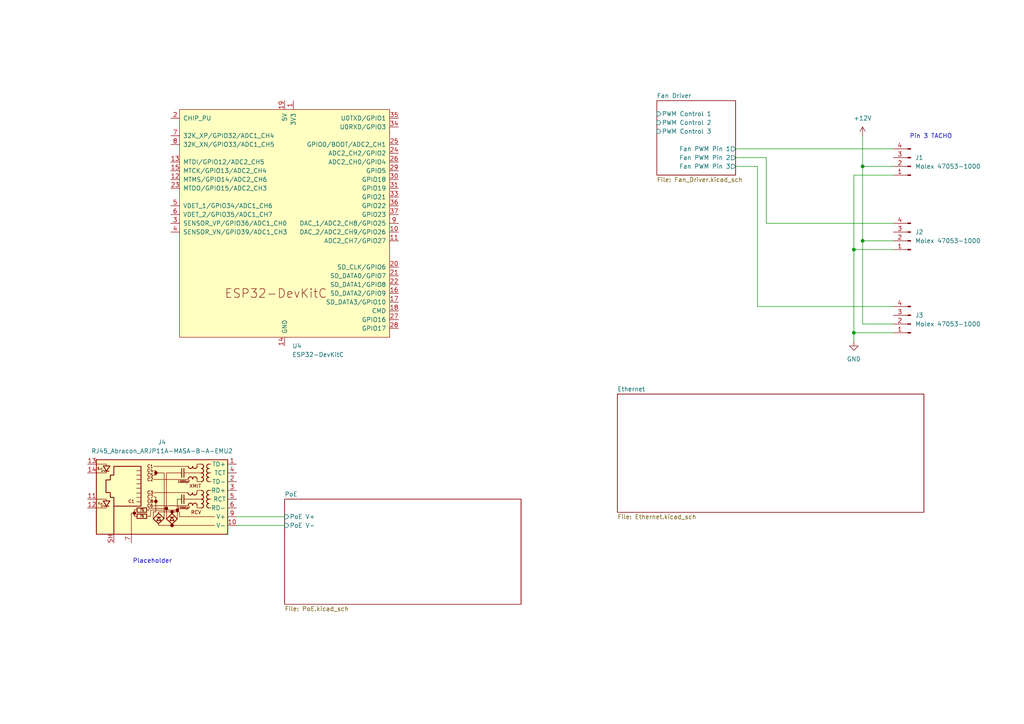
<source format=kicad_sch>
(kicad_sch (version 20231120) (generator "eeschema") (generator_version "8.0")
  (paper "A4")
  (lib_symbols
    (symbol "Connector:Conn_01x04_Pin" (pin_names (offset 1.016) hide)
      (property "Reference" "J" (at 0 5.08 0))
      (property "Value" "Conn_01x04_Pin" (at 0 -7.62 0))
      (symbol "Conn_01x04_Pin_1_1"
        (polyline (pts (xy 1.27 -5.08) (xy 0.8636 -5.08)) (stroke (width 0.1524)))
        (polyline (pts (xy 1.27 -2.54) (xy 0.8636 -2.54)) (stroke (width 0.1524)))
        (polyline (pts (xy 1.27 0) (xy 0.8636 0)) (stroke (width 0.1524)))
        (polyline (pts (xy 1.27 2.54) (xy 0.8636 2.54)) (stroke (width 0.1524)))
        (rectangle (start 0.8636 -4.953) (end 0 -5.207) (stroke (width 0.1524)) (fill (type outline)))
        (rectangle (start 0.8636 -2.413) (end 0 -2.667) (stroke (width 0.1524)) (fill (type outline)))
        (rectangle (start 0.8636 0.127) (end 0 -0.127) (stroke (width 0.1524)) (fill (type outline)))
        (rectangle (start 0.8636 2.667) (end 0 2.413) (stroke (width 0.1524)) (fill (type outline)))
        (pin passive line (at 5.08 2.54 180) (length 3.81) (name "Pin_1") (number "1"))
        (pin passive line (at 5.08 0 180) (length 3.81) (name "Pin_2") (number "2"))
        (pin passive line (at 5.08 -2.54 180) (length 3.81) (name "Pin_3") (number "3"))
        (pin passive line (at 5.08 -5.08 180) (length 3.81) (name "Pin_4") (number "4"))
      )
    )
    (symbol "Connector:RJ45_Abracon_ARJP11A-MASA-B-A-EMU2"
      (property "Reference" "J" (at 18.415 12.7 0))
      (property "Value" "RJ45_Abracon_ARJP11A-MASA-B-A-EMU2" (at -4.445 12.7 0))
      (symbol "RJ45_Abracon_ARJP11A-MASA-B-A-EMU2_0_0"
        (circle (center -3.175 -3.175) (radius 0.0001) (stroke (width 0.508)))
        (circle (center -1.651 -7.62) (radius 0.0001) (stroke (width 0.508)))
        (circle (center -1.651 -3.683) (radius 0.0001) (stroke (width 0.508)))
        (circle (center 0 -2.667) (radius 0.0001) (stroke (width 0.508)))
        (polyline (pts (xy -5.08 1.27) (xy -5.08 -1.27)) (stroke (width 0.254)))
        (polyline (pts (xy -5.08 8.89) (xy -5.08 6.35)) (stroke (width 0.254)))
        (polyline (pts (xy -4.445 1.27) (xy -4.445 -1.27)) (stroke (width 0.254)))
        (polyline (pts (xy -4.445 8.89) (xy -4.445 6.35)) (stroke (width 0.254)))
        (polyline (pts (xy 9.271 -4.064) (xy 10.16 -4.064)))
        (polyline (pts (xy 17.399 -0.508) (xy 17.399 0) (xy 20.32 0)))
        (polyline (pts (xy 17.399 9.652) (xy 17.399 10.16) (xy 20.32 10.16)))
        (polyline (pts (xy 20.32 -2.54) (xy 17.399 -2.54) (xy 17.399 -2.032)))
        (polyline (pts (xy 20.32 7.62) (xy 17.399 7.62) (xy 17.399 8.128)))
        (polyline (pts (xy 3.683 0.635) (xy 3.048 0.635) (xy 3.048 -0.635) (xy 3.683 -0.635)))
        (polyline (pts (xy 3.683 8.255) (xy 3.048 8.255) (xy 3.048 6.985) (xy 3.683 6.985)))
        (polyline (pts (xy 8.636 -4.953) (xy 9.271 -4.953) (xy 9.271 -3.048) (xy 8.636 -3.048)))
        (circle (center 3.048 -0.635) (radius 0.0001) (stroke (width 0.508)))
        (circle (center 3.048 7.62) (radius 0.0001) (stroke (width 0.508)))
        (circle (center 9.271 -4.064) (radius 0.0001) (stroke (width 0.508)))
        (text "C1" (at 4.699 9.525 0) (effects (font (size 0.889 0.889))))
        (text "C1" (at 10.16 -0.635 0) (effects (font (size 0.889 0.889))))
        (text "C2" (at 4.699 5.715 0) (effects (font (size 0.889 0.889))))
        (text "C3" (at 4.699 1.905 0) (effects (font (size 0.889 0.889))))
        (text "C4" (at 4.699 8.255 0) (effects (font (size 0.889 0.889))))
        (text "C5" (at 4.699 6.985 0) (effects (font (size 0.889 0.889))))
        (text "C6" (at 4.699 -1.905 0) (effects (font (size 0.889 0.889))))
        (text "C7" (at 4.699 0.635 0) (effects (font (size 0.889 0.889))))
        (text "C8" (at 4.699 -0.635 0) (effects (font (size 0.889 0.889))))
        (text "RCV" (at -10.16 -3.81 0) (effects (font (size 1.016 1.016)) (justify left)))
        (text "XMIT" (at -10.16 3.81 0) (effects (font (size 1.016 1.016)) (justify left)))
      )
      (symbol "RJ45_Abracon_ARJP11A-MASA-B-A-EMU2_0_1"
        (rectangle (start -17.78 11.43) (end 20.32 -10.16) (stroke (width 0.254)) (fill (type background)))
        (polyline (pts (xy -12.3163 -2.54) (xy -12.9513 -2.54)))
        (polyline (pts (xy -12.3163 0) (xy -12.9513 0)))
        (polyline (pts (xy -12.3163 2.54) (xy -12.9513 2.54)))
        (polyline (pts (xy -12.3163 5.08) (xy -12.9513 5.08)))
        (polyline (pts (xy -12.3163 7.62) (xy -12.9513 7.62)))
        (polyline (pts (xy -12.3163 10.16) (xy -12.9513 10.16)))
        (polyline (pts (xy -6.35 -1.905) (xy 3.683 -1.905)))
        (polyline (pts (xy -6.35 5.715) (xy 3.683 5.715)))
        (polyline (pts (xy -6.35 9.525) (xy 3.683 9.525)))
        (polyline (pts (xy -6.223 1.905) (xy 3.683 1.905)))
        (polyline (pts (xy -5.08 0) (xy -10.16 0)))
        (polyline (pts (xy -5.08 7.62) (xy -10.16 7.62)))
        (polyline (pts (xy 7.366 0.508) (xy 8.636 0.508)))
        (polyline (pts (xy 7.366 1.778) (xy 8.636 1.778)))
        (polyline (pts (xy 7.366 3.175) (xy 8.636 3.175)))
        (polyline (pts (xy 7.366 4.445) (xy 8.636 4.445)))
        (polyline (pts (xy 7.366 5.715) (xy 8.636 5.715)))
        (polyline (pts (xy 8.636 -0.762) (xy 7.366 -0.762)))
        (polyline (pts (xy 8.636 6.985) (xy 7.366 6.985)))
        (polyline (pts (xy 8.636 8.255) (xy 7.366 8.255)))
        (polyline (pts (xy -10.16 2.54) (xy -8.89 2.54) (xy -8.89 1.905)))
        (polyline (pts (xy -10.16 10.16) (xy -8.89 10.16) (xy -8.89 9.525)))
        (polyline (pts (xy -8.89 -1.905) (xy -8.89 -2.54) (xy -10.16 -2.54)))
        (polyline (pts (xy -8.89 5.715) (xy -8.89 5.08) (xy -10.16 5.08)))
        (polyline (pts (xy -4.445 0) (xy -3.175 0) (xy -3.175 -5.715)))
        (polyline (pts (xy -4.445 7.62) (xy 0 7.62) (xy 0 -5.715)))
      )
      (symbol "RJ45_Abracon_ARJP11A-MASA-B-A-EMU2_1_0"
        (text "1000pF" (at -5.08 -2.54 0) (effects (font (size 0.635 0.635))))
        (text "1000pF" (at -5.08 5.08 0) (effects (font (size 0.635 0.635))))
      )
      (symbol "RJ45_Abracon_ARJP11A-MASA-B-A-EMU2_1_1"
        (arc (start -12.3163 1.27) (mid -11.684 1.905) (end -12.3163 2.54) (stroke (width 0.254)))
        (arc (start -12.3136 -2.54) (mid -11.6813 -1.905) (end -12.3136 -1.27) (stroke (width 0.254)))
        (arc (start -12.3136 -1.27) (mid -11.6813 -0.635) (end -12.3136 0) (stroke (width 0.254)))
        (arc (start -12.3136 0) (mid -11.6813 0.635) (end -12.3136 1.27) (stroke (width 0.254)))
        (arc (start -12.3136 8.89) (mid -11.6813 9.525) (end -12.3136 10.16) (stroke (width 0.254)))
        (arc (start -12.3109 5.08) (mid -11.6786 5.715) (end -12.3109 6.35) (stroke (width 0.254)))
        (arc (start -12.3109 6.35) (mid -11.6786 6.985) (end -12.3109 7.62) (stroke (width 0.254)))
        (arc (start -12.3109 7.62) (mid -11.6786 8.255) (end -12.3109 8.89) (stroke (width 0.254)))
        (arc (start -10.1654 0) (mid -10.7977 -0.635) (end -10.1654 -1.27) (stroke (width 0.254)))
        (arc (start -10.1654 1.27) (mid -10.7977 0.635) (end -10.1654 0) (stroke (width 0.254)))
        (arc (start -10.1654 2.54) (mid -10.7977 1.905) (end -10.1654 1.27) (stroke (width 0.254)))
        (arc (start -10.1654 7.62) (mid -10.7977 6.985) (end -10.1654 6.35) (stroke (width 0.254)))
        (arc (start -10.1654 8.89) (mid -10.7977 8.255) (end -10.1654 7.62) (stroke (width 0.254)))
        (arc (start -10.1654 10.16) (mid -10.7977 9.525) (end -10.1654 8.89) (stroke (width 0.254)))
        (arc (start -10.1627 -1.27) (mid -10.795 -1.905) (end -10.1627 -2.54) (stroke (width 0.254)))
        (arc (start -10.1627 6.35) (mid -10.795 5.715) (end -10.1627 5.08) (stroke (width 0.254)))
        (arc (start -8.89 9.5223) (mid -8.255 8.89) (end -7.62 9.5223) (stroke (width 0.254)))
        (arc (start -8.8265 1.8388) (mid -8.1915 1.2065) (end -7.5565 1.8388) (stroke (width 0.254)))
        (arc (start -7.62 -1.7753) (mid -8.255 -1.143) (end -8.89 -1.7753) (stroke (width 0.254)))
        (arc (start -7.62 5.8447) (mid -8.255 6.477) (end -8.89 5.8447) (stroke (width 0.254)))
        (arc (start -7.62 9.525) (mid -6.985 8.8927) (end -6.35 9.525) (stroke (width 0.254)))
        (arc (start -7.5565 1.8415) (mid -6.9215 1.2092) (end -6.2865 1.8415) (stroke (width 0.254)))
        (arc (start -6.35 -1.7726) (mid -6.985 -1.1403) (end -7.62 -1.7726) (stroke (width 0.254)))
        (arc (start -6.35 5.8474) (mid -6.985 6.4797) (end -7.62 5.8474) (stroke (width 0.254)))
        (polyline (pts (xy -13.97 -7.62) (xy 2.286 -7.62)))
        (polyline (pts (xy -13.97 -5.08) (xy -3.81 -5.08)))
        (polyline (pts (xy -2.159 -5.207) (xy -1.016 -5.207)) (stroke (width 0.254)))
        (polyline (pts (xy -1.651 -7.239) (xy -1.651 -7.493)))
        (polyline (pts (xy 1.651 -5.207) (xy 2.794 -5.207)) (stroke (width 0.254)))
        (polyline (pts (xy 2.286 -7.112) (xy 2.286 -7.62)))
        (polyline (pts (xy 10.16 -4.064) (xy 10.16 -10.16)))
        (polyline (pts (xy 15.24 -10.16) (xy 15.24 -2.032)) (stroke (width 0.254)))
        (polyline (pts (xy 18.161 -2.032) (xy 16.637 -2.032)) (stroke (width 0.254)))
        (polyline (pts (xy 18.161 8.128) (xy 16.637 8.128)) (stroke (width 0.254)))
        (polyline (pts (xy 18.796 -2.159) (xy 18.796 -1.905)))
        (polyline (pts (xy 18.796 8.001) (xy 18.796 8.255)))
        (polyline (pts (xy 19.05 -1.524) (xy 19.05 -1.27)))
        (polyline (pts (xy 19.05 8.636) (xy 19.05 8.89)))
        (polyline (pts (xy -3.81 -5.08) (xy -3.81 -3.683) (xy -1.651 -3.683)))
        (polyline (pts (xy -1.905 -3.683) (xy -1.651 -3.683) (xy -1.651 -4.191)))
        (polyline (pts (xy -1.651 -3.683) (xy 2.286 -3.683) (xy 2.286 -4.064)))
        (polyline (pts (xy 3.048 7.62) (xy 0.635 7.62) (xy 0.635 -5.588)))
        (polyline (pts (xy 18.288 -1.651) (xy 18.796 -2.159) (xy 18.542 -2.159)))
        (polyline (pts (xy 18.288 8.509) (xy 18.796 8.001) (xy 18.542 8.001)))
        (polyline (pts (xy 18.542 -1.016) (xy 19.05 -1.524) (xy 18.796 -1.524)))
        (polyline (pts (xy 18.542 9.144) (xy 19.05 8.636) (xy 18.796 8.636)))
        (polyline (pts (xy -2.159 -6.223) (xy -1.016 -6.223) (xy -1.651 -5.207) (xy -2.159 -6.223)) (stroke (width 0.254)))
        (polyline (pts (xy 1.651 -6.223) (xy 2.794 -6.223) (xy 2.159 -5.207) (xy 1.651 -6.223)) (stroke (width 0.254)))
        (polyline (pts (xy 3.048 -0.508) (xy 3.048 -3.683) (xy 3.81 -3.683) (xy 3.81 -5.715)))
        (polyline (pts (xy 5.715 -4.953) (xy 4.572 -4.953) (xy 4.572 -3.175) (xy -3.175 -3.175)))
        (polyline (pts (xy 5.715 -3.175) (xy 5.08 -3.175) (xy 5.08 -2.667) (xy 0 -2.667)))
        (polyline (pts (xy 18.288 -0.508) (xy 16.383 -0.508) (xy 17.399 -2.032) (xy 18.288 -0.508)) (stroke (width 0.254)))
        (polyline (pts (xy 18.288 9.652) (xy 16.383 9.652) (xy 17.399 8.128) (xy 18.288 9.652)) (stroke (width 0.254)))
        (polyline (pts (xy -1.651 -4.191) (xy -3.175 -5.715) (xy -1.651 -7.239) (xy 0 -5.715) (xy -1.651 -4.191)) (stroke (width 0.254)))
        (polyline (pts (xy 2.286 -4.064) (xy 0.635 -5.588) (xy 2.286 -7.112) (xy 3.81 -5.715) (xy 2.286 -4.064)) (stroke (width 0.254)))
        (polyline (pts (xy 7.366 -2.032) (xy 7.366 9.525) (xy 15.24 9.525) (xy 15.24 6.985) (xy 16.256 6.985) (xy 16.256 5.588) (xy 17.526 5.588) (xy 17.526 1.905) (xy 16.256 1.905) (xy 16.256 0.508) (xy 15.24 0.508) (xy 15.24 -2.032) (xy 7.366 -2.032)) (stroke (width 0.254)))
        (rectangle (start 8.509 -5.588) (end 5.715 -4.318) (stroke (width 0.254)))
        (rectangle (start 8.509 -3.81) (end 5.715 -2.54) (stroke (width 0.254)))
        (text "75" (at 7.112 -4.953 0) (effects (font (size 0.635 0.635))))
        (text "75" (at 7.112 -3.175 0) (effects (font (size 0.635 0.635))))
        (text "G" (at 19.685 8.89 0) (effects (font (size 0.635 0.635))))
        (text "Y" (at 19.558 -1.27 0) (effects (font (size 0.635 0.635))))
        (pin passive line (at -20.32 10.16 0) (length 2.54) (name "TD+") (number "1"))
        (pin power_out line (at -20.32 -7.62 0) (length 2.54) (name "V-") (number "10"))
        (pin passive line (at 22.86 0 180) (length 2.54) (name "") (number "11"))
        (pin passive line (at 22.86 -2.54 180) (length 2.54) (name "") (number "12"))
        (pin passive line (at 22.86 10.16 180) (length 2.54) (name "") (number "13"))
        (pin passive line (at 22.86 7.62 180) (length 2.54) (name "") (number "14"))
        (pin passive line (at -20.32 5.08 0) (length 2.54) (name "TD-") (number "2"))
        (pin passive line (at -20.32 2.54 0) (length 2.54) (name "RD+") (number "3"))
        (pin passive line (at -20.32 7.62 0) (length 2.54) (name "TCT") (number "4"))
        (pin passive line (at -20.32 0 0) (length 2.54) (name "RCT") (number "5"))
        (pin passive line (at -20.32 -2.54 0) (length 2.54) (name "RD-") (number "6"))
        (pin power_in line (at 10.16 -12.7 90) (length 2.54) (name "") (number "7"))
        (pin no_connect line (at 20.32 5.08 0) (length 0) hide (name "NC") (number "8"))
        (pin power_out line (at -20.32 -5.08 0) (length 2.54) (name "V+") (number "9"))
        (pin passive line (at 15.24 -12.7 90) (length 2.54) (name "") (number "SH"))
      )
    )
    (symbol "ESP32-Symbols:ESP32-DevKitC" (pin_names (offset 1.016))
      (property "Reference" "U" (at -30.48 38.1 0))
      (property "Value" "ESP32-DevKitC" (at -30.48 35.56 0))
      (symbol "ESP32-DevKitC_0_0"
        (text "ESP32-DevKitC" (at -2.54 -20.32 0) (effects (font (size 2.54 2.54))))
        (pin power_in line (at 0 -35.56 90) (length 2.54) (name "GND") (number "14"))
        (pin power_in line (at 0 35.56 270) (length 2.54) (name "5V") (number "19"))
      )
      (symbol "ESP32-DevKitC_0_1"
        (rectangle (start -30.48 33.02) (end 30.48 -33.02) (fill (type background)))
      )
      (symbol "ESP32-DevKitC_1_1"
        (pin power_in line (at 2.54 35.56 270) (length 2.54) (name "3V3") (number "1"))
        (pin bidirectional line (at 33.02 -2.54 180) (length 2.54) (name "DAC_2/ADC2_CH9/GPIO26") (number "10"))
        (pin bidirectional line (at 33.02 -5.08 180) (length 2.54) (name "ADC2_CH7/GPIO27") (number "11"))
        (pin bidirectional line (at -33.02 12.7 0) (length 2.54) (name "MTMS/GPIO14/ADC2_CH6") (number "12"))
        (pin bidirectional line (at -33.02 17.78 0) (length 2.54) (name "MTDI/GPIO12/ADC2_CH5") (number "13"))
        (pin bidirectional line (at -33.02 15.24 0) (length 2.54) (name "MTCK/GPIO13/ADC2_CH4") (number "15"))
        (pin bidirectional line (at 33.02 -20.32 180) (length 2.54) (name "SD_DATA2/GPIO9") (number "16"))
        (pin bidirectional line (at 33.02 -22.86 180) (length 2.54) (name "SD_DATA3/GPIO10") (number "17"))
        (pin bidirectional line (at 33.02 -25.4 180) (length 2.54) (name "CMD") (number "18"))
        (pin input line (at -33.02 30.48 0) (length 2.54) (name "CHIP_PU") (number "2"))
        (pin bidirectional line (at 33.02 -12.7 180) (length 2.54) (name "SD_CLK/GPIO6") (number "20"))
        (pin bidirectional line (at 33.02 -15.24 180) (length 2.54) (name "SD_DATA0/GPIO7") (number "21"))
        (pin bidirectional line (at 33.02 -17.78 180) (length 2.54) (name "SD_DATA1/GPIO8") (number "22"))
        (pin bidirectional line (at -33.02 10.16 0) (length 2.54) (name "MTDO/GPIO15/ADC2_CH3") (number "23"))
        (pin bidirectional line (at 33.02 20.32 180) (length 2.54) (name "ADC2_CH2/GPIO2") (number "24"))
        (pin bidirectional line (at 33.02 22.86 180) (length 2.54) (name "GPIO0/BOOT/ADC2_CH1") (number "25"))
        (pin bidirectional line (at 33.02 17.78 180) (length 2.54) (name "ADC2_CH0/GPIO4") (number "26"))
        (pin bidirectional line (at 33.02 -27.94 180) (length 2.54) (name "GPIO16") (number "27"))
        (pin bidirectional line (at 33.02 -30.48 180) (length 2.54) (name "GPIO17") (number "28"))
        (pin bidirectional line (at 33.02 15.24 180) (length 2.54) (name "GPIO5") (number "29"))
        (pin input line (at -33.02 0 0) (length 2.54) (name "SENSOR_VP/GPIO36/ADC1_CH0") (number "3"))
        (pin bidirectional line (at 33.02 12.7 180) (length 2.54) (name "GPIO18") (number "30"))
        (pin bidirectional line (at 33.02 10.16 180) (length 2.54) (name "GPIO19") (number "31"))
        (pin passive line (at 0 -35.56 90) (length 2.54) hide (name "GND") (number "32"))
        (pin bidirectional line (at 33.02 7.62 180) (length 2.54) (name "GPIO21") (number "33"))
        (pin bidirectional line (at 33.02 27.94 180) (length 2.54) (name "U0RXD/GPIO3") (number "34"))
        (pin bidirectional line (at 33.02 30.48 180) (length 2.54) (name "U0TXD/GPIO1") (number "35"))
        (pin bidirectional line (at 33.02 5.08 180) (length 2.54) (name "GPIO22") (number "36"))
        (pin bidirectional line (at 33.02 2.54 180) (length 2.54) (name "GPIO23") (number "37"))
        (pin passive line (at 0 -35.56 90) (length 2.54) hide (name "GND") (number "38"))
        (pin input line (at -33.02 -2.54 0) (length 2.54) (name "SENSOR_VN/GPIO39/ADC1_CH3") (number "4"))
        (pin input line (at -33.02 5.08 0) (length 2.54) (name "VDET_1/GPIO34/ADC1_CH6") (number "5"))
        (pin input line (at -33.02 2.54 0) (length 2.54) (name "VDET_2/GPIO35/ADC1_CH7") (number "6"))
        (pin bidirectional line (at -33.02 25.4 0) (length 2.54) (name "32K_XP/GPIO32/ADC1_CH4") (number "7"))
        (pin bidirectional line (at -33.02 22.86 0) (length 2.54) (name "32K_XN/GPIO33/ADC1_CH5") (number "8"))
        (pin bidirectional line (at 33.02 0 180) (length 2.54) (name "DAC_1/ADC2_CH8/GPIO25") (number "9"))
      )
    )
    (symbol "power:+12V" (power) (pin_numbers hide) (pin_names (offset 0) hide)
      (property "Value" "+12V" (at 0 3.556 0))
      (symbol "+12V_0_1"
        (polyline (pts (xy -0.762 1.27) (xy 0 2.54)))
        (polyline (pts (xy 0 0) (xy 0 2.54)))
        (polyline (pts (xy 0 2.54) (xy 0.762 1.27)))
      )
      (symbol "+12V_1_1"
        (pin power_in line (at 0 0 90) (length 0) (name "~") (number "1"))
      )
    )
    (symbol "power:GND" (power) (pin_numbers hide) (pin_names (offset 0) hide)
      (property "Value" "GND" (at 0 -3.81 0))
      (symbol "GND_0_1"
        (polyline (pts (xy 0 0) (xy 0 -1.27) (xy 1.27 -1.27) (xy 0 -2.54) (xy -1.27 -1.27) (xy 0 -1.27)))
      )
      (symbol "GND_1_1"
        (pin power_in line (at 0 0 270) (length 0) (name "~") (number "1"))
      )
    )
  )
  (junction (at 247.65 96.52))
  (junction (at 250.19 48.26))
  (junction (at 250.19 69.85))
  (junction (at 247.65 72.39))
  (wire (pts (xy 68.58 152.4) (xy 82.55 152.4)))
  (wire (pts (xy 259.08 72.39) (xy 247.65 72.39)))
  (wire (pts (xy 247.65 50.8) (xy 247.65 72.39)))
  (wire (pts (xy 259.08 50.8) (xy 247.65 50.8)))
  (wire (pts (xy 259.08 88.9) (xy 219.71 88.9)))
  (wire (pts (xy 213.36 43.18) (xy 259.08 43.18)))
  (wire (pts (xy 68.58 149.86) (xy 82.55 149.86)))
  (wire (pts (xy 222.25 45.72) (xy 213.36 45.72)))
  (wire (pts (xy 259.08 64.77) (xy 222.25 64.77)))
  (wire (pts (xy 259.08 93.98) (xy 250.19 93.98)))
  (wire (pts (xy 247.65 72.39) (xy 247.65 96.52)))
  (wire (pts (xy 259.08 96.52) (xy 247.65 96.52)))
  (wire (pts (xy 259.08 48.26) (xy 250.19 48.26)))
  (wire (pts (xy 219.71 48.26) (xy 219.71 88.9)))
  (wire (pts (xy 219.71 48.26) (xy 213.36 48.26)))
  (wire (pts (xy 250.19 48.26) (xy 250.19 39.37)))
  (wire (pts (xy 247.65 96.52) (xy 247.65 99.06)))
  (wire (pts (xy 250.19 93.98) (xy 250.19 69.85)))
  (wire (pts (xy 250.19 69.85) (xy 250.19 48.26)))
  (wire (pts (xy 222.25 64.77) (xy 222.25 45.72)))
  (wire (pts (xy 259.08 69.85) (xy 250.19 69.85)))
  (text "Placeholder" (at 44.196 162.814 0) (effects (font (size 1.27 1.27))))
  (text "Pin 3 TACHO" (at 270.002 39.624 0) (effects (font (size 1.27 1.27))))
  (symbol (lib_id "Connector:Conn_01x04_Pin") (at 264.16 93.98 180) (unit 1)
    (property "Reference" "J3" (at 265.43 91.4399 0) (effects (justify right)))
    (property "Value" "Molex 47053-1000" (at 265.43 93.9799 0) (effects (justify right)))
    (property "Description" "Generic connector, single row, 01x04, script generated" (effects (hide yes)))
  )
  (symbol (lib_id "Connector:Conn_01x04_Pin") (at 264.16 48.26 180) (unit 1)
    (property "Reference" "J1" (at 265.43 45.7199 0) (effects (justify right)))
    (property "Value" "Molex 47053-1000" (at 265.43 48.2599 0) (effects (justify right)))
    (property "Description" "Generic connector, single row, 01x04, script generated" (effects (hide yes)))
  )
  (symbol (lib_id "ESP32-Symbols:ESP32-DevKitC") (at 82.55 64.77 0) (unit 1)
    (property "Reference" "U4" (at 84.7441 100.33 0) (effects (justify left)))
    (property "Value" "ESP32-DevKitC" (at 84.7441 102.87 0) (effects (justify left)))
    (property "Footprint" "PCM_Espressif:ESP32-DevKitC" (effects (hide yes)))
    (property "Datasheet" "https://docs.espressif.com/projects/esp-idf/zh_CN/latest/esp32/hw-reference/esp32/get-started-devkitc.html" (effects (hide yes)))
    (property "Description" "Development Kit" (effects (hide yes)))
  )
  (symbol (lib_id "Connector:Conn_01x04_Pin") (at 264.16 69.85 180) (unit 1)
    (property "Reference" "J2" (at 265.43 67.3099 0) (effects (justify right)))
    (property "Value" "Molex 47053-1000" (at 265.43 69.8499 0) (effects (justify right)))
    (property "Description" "Generic connector, single row, 01x04, script generated" (effects (hide yes)))
  )
  (symbol (lib_id "power:+12V") (at 250.19 39.37 0) (unit 1)
    (property "Reference" "#PWR04" (effects (hide yes)))
    (property "Value" "+12V" (at 250.19 34.29 0))
    (property "Description" "Power symbol creates a global label with name \"+12V\"" (effects (hide yes)))
  )
  (symbol (lib_id "power:GND") (at 247.65 99.06 0) (unit 1)
    (property "Reference" "#PWR03" (effects (hide yes)))
    (property "Value" "GND" (at 247.65 104.14 0))
    (property "Description" "Power symbol creates a global label with name \"GND\" , ground" (effects (hide yes)))
  )
  (symbol (lib_id "Connector:RJ45_Abracon_ARJP11A-MASA-B-A-EMU2") (at 48.26 144.78 0) (mirror y) (unit 1)
    (property "Reference" "J4" (at 46.99 128.27 0))
    (property "Value" "RJ45_Abracon_ARJP11A-MASA-B-A-EMU2" (at 46.99 130.81 0))
    (property "Footprint" "Connector_RJ:RJ45_Abracon_ARJP11A-MA_Horizontal" (effects (hide yes)))
    (property "Datasheet" "https://abracon.com/Magnetics/lan/ARJP11A.PDF" (effects (hide yes)))
    (property "Description" "RJ45 PoE 10/100 Base-TX Jack with Magnetic Module" (effects (hide yes)))
  )
  (sheet (at 179.07 114.3) (size 88.9 34.29) (stroke (width 0.1524))
    (property "Sheetname" "Ethernet" (at 179.07 113.5884 0) (effects (justify left bottom)))
    (property "Sheetfile" "Ethernet.kicad_sch" (at 179.07 149.1746 0) (effects (justify left top)))
  )
  (sheet (at 82.55 144.78) (size 68.58 30.48) (stroke (width 0.1524))
    (property "Sheetname" "PoE" (at 82.55 144.0684 0) (effects (justify left bottom)))
    (property "Sheetfile" "PoE.kicad_sch" (at 82.55 175.8446 0) (effects (justify left top)))
    (pin "PoE V+" input (at 82.55 149.86 180))
    (pin "PoE V-" input (at 82.55 152.4 180))
  )
  (sheet (at 190.5 29.21) (size 22.86 21.59) (stroke (width 0.1524))
    (property "Sheetname" "Fan Driver" (at 190.5 28.4984 0) (effects (justify left bottom)))
    (property "Sheetfile" "Fan_Driver.kicad_sch" (at 190.5 51.3846 0) (effects (justify left top)))
    (pin "PWM Control 3" input (at 190.5 38.1 180))
    (pin "Fan PWM Pin 1" output (at 213.36 43.18 0))
    (pin "Fan PWM Pin 3" output (at 213.36 48.26 0))
    (pin "PWM Control 2" input (at 190.5 35.56 180))
    (pin "PWM Control 1" input (at 190.5 33.02 180))
    (pin "Fan PWM Pin 2" output (at 213.36 45.72 0))
  )
)
</source>
